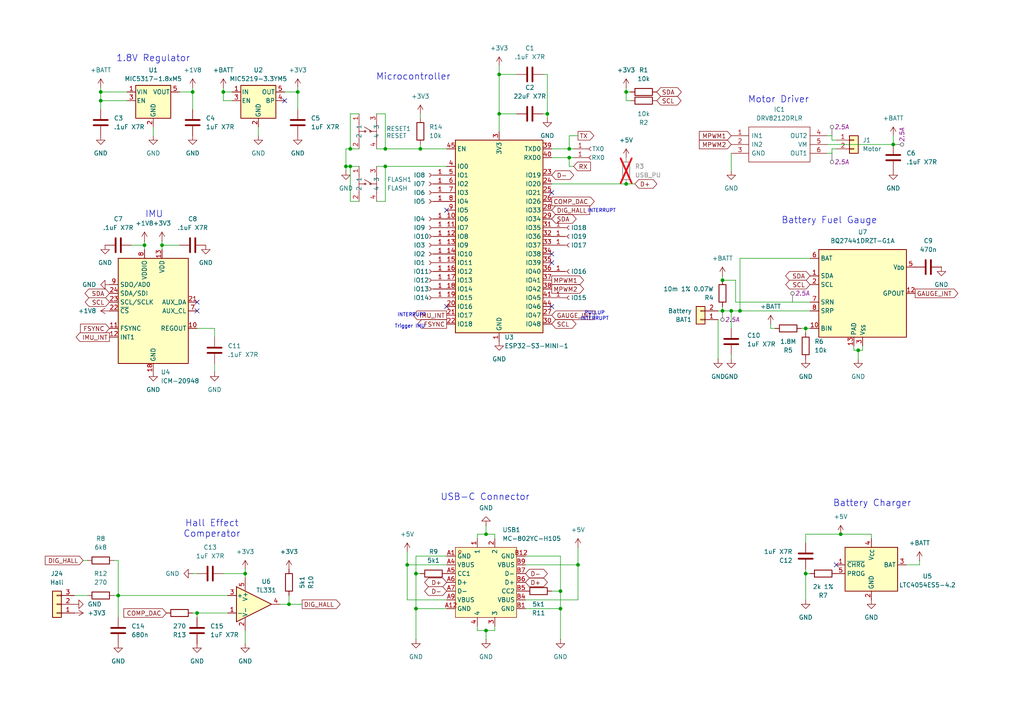
<source format=kicad_sch>
(kicad_sch (version 20231120) (generator "eeschema") (generator_version "8.0")
  (paper "A4")
  (title_block (rev "2"))
  (junction (at 118.11 163.83))
  (junction (at 165.1 43.18))
  (junction (at 101.6 48.26))
  (junction (at 144.78 33.02))
  (junction (at 120.65 176.53))
  (junction (at 233.68 95.25))
  (junction (at 214.63 90.17))
  (junction (at 243.84 154.94))
  (junction (at 158.75 33.02))
  (junction (at 140.97 182.88))
  (junction (at 71.12 166.37))
  (junction (at 144.78 21.59))
  (junction (at 259.08 41.91))
  (junction (at 140.97 154.94))
  (junction (at 181.61 53.34))
  (junction (at 57.15 177.8))
  (junction (at 233.68 166.37))
  (junction (at 46.99 71.12))
  (junction (at 120.65 166.37))
  (junction (at 86.36 26.67))
  (junction (at 121.92 43.18))
  (junction (at 41.91 71.12))
  (junction (at 209.55 81.28))
  (junction (at 167.64 163.83))
  (junction (at 55.88 26.67))
  (junction (at 248.92 101.6))
  (junction (at 162.56 171.45))
  (junction (at 34.29 172.72))
  (junction (at 212.09 90.17))
  (junction (at 29.21 29.21))
  (junction (at 111.76 43.18))
  (junction (at 29.21 26.67))
  (junction (at 181.61 26.67))
  (junction (at 100.33 48.26))
  (junction (at 162.56 176.53))
  (junction (at 111.76 48.26))
  (junction (at 83.82 175.26))
  (junction (at 165.1 45.72))
  (junction (at 209.55 90.17))
  (junction (at 64.77 26.67))
  (junction (at 101.6 43.18))
  (no_connect (at 160.02 55.88))
  (no_connect (at 160.02 88.9))
  (no_connect (at 57.15 90.17))
  (no_connect (at 129.54 88.9))
  (no_connect (at 129.54 60.96))
  (no_connect (at 160.02 73.66))
  (no_connect (at 57.15 87.63))
  (no_connect (at 160.02 76.2))
  (no_connect (at 82.55 29.21))
  (no_connect (at 242.57 163.83))
  (wire (pts (xy 149.86 33.02) (xy 144.78 33.02)))
  (wire (pts (xy 209.55 88.9) (xy 209.55 90.17)))
  (wire (pts (xy 138.43 154.94) (xy 138.43 156.21)))
  (wire (pts (xy 140.97 154.94) (xy 138.43 154.94)))
  (wire (pts (xy 100.33 48.26) (xy 101.6 48.26)))
  (wire (pts (xy 104.14 58.42) (xy 101.6 58.42)))
  (wire (pts (xy 143.51 156.21) (xy 143.51 154.94)))
  (wire (pts (xy 101.6 48.26) (xy 104.14 48.26)))
  (wire (pts (xy 240.03 44.45) (xy 241.3 44.45)))
  (wire (pts (xy 104.14 33.02) (xy 101.6 33.02)))
  (wire (pts (xy 52.07 71.12) (xy 46.99 71.12)))
  (wire (pts (xy 162.56 176.53) (xy 152.4 176.53)))
  (wire (pts (xy 166.37 48.26) (xy 165.1 48.26)))
  (wire (pts (xy 121.92 43.18) (xy 129.54 43.18)))
  (wire (pts (xy 181.61 26.67) (xy 182.88 26.67)))
  (wire (pts (xy 34.29 162.56) (xy 34.29 172.72)))
  (wire (pts (xy 100.33 49.53) (xy 100.33 48.26)))
  (wire (pts (xy 109.22 58.42) (xy 111.76 58.42)))
  (wire (pts (xy 55.88 166.37) (xy 57.15 166.37)))
  (wire (pts (xy 233.68 166.37) (xy 233.68 165.1)))
  (wire (pts (xy 29.21 29.21) (xy 29.21 26.67)))
  (wire (pts (xy 248.92 101.6) (xy 250.19 101.6)))
  (wire (pts (xy 209.55 80.01) (xy 209.55 81.28)))
  (wire (pts (xy 158.75 34.29) (xy 158.75 33.02)))
  (wire (pts (xy 232.41 95.25) (xy 233.68 95.25)))
  (wire (pts (xy 158.75 33.02) (xy 157.48 33.02)))
  (wire (pts (xy 149.86 21.59) (xy 144.78 21.59)))
  (wire (pts (xy 109.22 43.18) (xy 111.76 43.18)))
  (wire (pts (xy 140.97 182.88) (xy 143.51 182.88)))
  (wire (pts (xy 41.91 69.85) (xy 41.91 71.12)))
  (wire (pts (xy 100.33 43.18) (xy 100.33 48.26)))
  (wire (pts (xy 83.82 175.26) (xy 87.63 175.26)))
  (wire (pts (xy 162.56 161.29) (xy 162.56 171.45)))
  (wire (pts (xy 160.02 43.18) (xy 165.1 43.18)))
  (wire (pts (xy 143.51 182.88) (xy 143.51 181.61)))
  (wire (pts (xy 212.09 104.14) (xy 212.09 102.87)))
  (wire (pts (xy 214.63 90.17) (xy 234.95 90.17)))
  (wire (pts (xy 140.97 185.42) (xy 140.97 182.88)))
  (wire (pts (xy 165.1 45.72) (xy 166.37 45.72)))
  (wire (pts (xy 242.57 40.64) (xy 241.3 40.64)))
  (wire (pts (xy 83.82 172.72) (xy 83.82 175.26)))
  (wire (pts (xy 71.12 186.69) (xy 71.12 182.88)))
  (wire (pts (xy 111.76 48.26) (xy 111.76 58.42)))
  (wire (pts (xy 167.64 163.83) (xy 152.4 163.83)))
  (wire (pts (xy 120.65 176.53) (xy 120.65 185.42)))
  (wire (pts (xy 118.11 163.83) (xy 118.11 173.99)))
  (wire (pts (xy 64.77 29.21) (xy 64.77 26.67)))
  (wire (pts (xy 34.29 162.56) (xy 33.02 162.56)))
  (wire (pts (xy 208.28 90.17) (xy 209.55 90.17)))
  (wire (pts (xy 233.68 154.94) (xy 243.84 154.94)))
  (wire (pts (xy 223.52 95.25) (xy 224.79 95.25)))
  (wire (pts (xy 86.36 25.4) (xy 86.36 26.67)))
  (wire (pts (xy 62.23 107.95) (xy 62.23 105.41)))
  (wire (pts (xy 81.28 175.26) (xy 83.82 175.26)))
  (wire (pts (xy 167.64 39.37) (xy 165.1 39.37)))
  (wire (pts (xy 46.99 71.12) (xy 46.99 72.39)))
  (wire (pts (xy 240.03 39.37) (xy 241.3 39.37)))
  (wire (pts (xy 138.43 181.61) (xy 138.43 182.88)))
  (wire (pts (xy 64.77 166.37) (xy 71.12 166.37)))
  (wire (pts (xy 143.51 154.94) (xy 140.97 154.94)))
  (wire (pts (xy 241.3 43.18) (xy 241.3 44.45)))
  (wire (pts (xy 259.08 39.37) (xy 259.08 41.91)))
  (wire (pts (xy 233.68 166.37) (xy 234.95 166.37)))
  (wire (pts (xy 252.73 154.94) (xy 252.73 156.21)))
  (wire (pts (xy 165.1 48.26) (xy 165.1 45.72)))
  (wire (pts (xy 248.92 101.6) (xy 248.92 104.14)))
  (wire (pts (xy 86.36 31.75) (xy 86.36 26.67)))
  (wire (pts (xy 165.1 39.37) (xy 165.1 43.18)))
  (wire (pts (xy 181.61 26.67) (xy 181.61 29.21)))
  (wire (pts (xy 144.78 21.59) (xy 144.78 33.02)))
  (wire (pts (xy 167.64 163.83) (xy 167.64 173.99)))
  (wire (pts (xy 57.15 179.07) (xy 57.15 177.8)))
  (wire (pts (xy 62.23 97.79) (xy 62.23 95.25)))
  (wire (pts (xy 29.21 29.21) (xy 36.83 29.21)))
  (wire (pts (xy 121.92 166.37) (xy 120.65 166.37)))
  (wire (pts (xy 233.68 95.25) (xy 234.95 95.25)))
  (wire (pts (xy 158.75 21.59) (xy 157.48 21.59)))
  (wire (pts (xy 266.7 162.56) (xy 266.7 163.83)))
  (wire (pts (xy 266.7 163.83) (xy 262.89 163.83)))
  (wire (pts (xy 182.88 29.21) (xy 181.61 29.21)))
  (wire (pts (xy 165.1 43.18) (xy 166.37 43.18)))
  (wire (pts (xy 144.78 33.02) (xy 144.78 38.1)))
  (wire (pts (xy 158.75 21.59) (xy 158.75 33.02)))
  (wire (pts (xy 34.29 172.72) (xy 66.04 172.72)))
  (wire (pts (xy 223.52 93.98) (xy 223.52 95.25)))
  (wire (pts (xy 241.3 40.64) (xy 241.3 39.37)))
  (wire (pts (xy 152.4 173.99) (xy 167.64 173.99)))
  (wire (pts (xy 233.68 173.99) (xy 233.68 166.37)))
  (wire (pts (xy 121.92 33.02) (xy 121.92 34.29)))
  (wire (pts (xy 165.1 45.72) (xy 160.02 45.72)))
  (wire (pts (xy 140.97 152.4) (xy 140.97 154.94)))
  (wire (pts (xy 247.65 101.6) (xy 247.65 100.33)))
  (wire (pts (xy 162.56 185.42) (xy 162.56 176.53)))
  (wire (pts (xy 101.6 33.02) (xy 101.6 43.18)))
  (wire (pts (xy 120.65 161.29) (xy 120.65 166.37)))
  (wire (pts (xy 250.19 101.6) (xy 250.19 100.33)))
  (wire (pts (xy 29.21 26.67) (xy 36.83 26.67)))
  (wire (pts (xy 33.02 172.72) (xy 34.29 172.72)))
  (wire (pts (xy 57.15 177.8) (xy 55.88 177.8)))
  (wire (pts (xy 118.11 163.83) (xy 129.54 163.83)))
  (wire (pts (xy 121.92 41.91) (xy 121.92 43.18)))
  (wire (pts (xy 233.68 96.52) (xy 233.68 95.25)))
  (wire (pts (xy 240.03 41.91) (xy 259.08 41.91)))
  (wire (pts (xy 138.43 182.88) (xy 140.97 182.88)))
  (wire (pts (xy 129.54 173.99) (xy 118.11 173.99)))
  (wire (pts (xy 57.15 177.8) (xy 66.04 177.8)))
  (wire (pts (xy 234.95 74.93) (xy 214.63 74.93)))
  (wire (pts (xy 144.78 19.05) (xy 144.78 21.59)))
  (wire (pts (xy 152.4 161.29) (xy 162.56 161.29)))
  (wire (pts (xy 212.09 49.53) (xy 212.09 44.45)))
  (wire (pts (xy 101.6 43.18) (xy 104.14 43.18)))
  (wire (pts (xy 118.11 160.02) (xy 118.11 163.83)))
  (wire (pts (xy 21.59 172.72) (xy 25.4 172.72)))
  (wire (pts (xy 129.54 161.29) (xy 120.65 161.29)))
  (wire (pts (xy 29.21 31.75) (xy 29.21 29.21)))
  (wire (pts (xy 247.65 101.6) (xy 248.92 101.6)))
  (wire (pts (xy 234.95 87.63) (xy 213.36 87.63)))
  (wire (pts (xy 212.09 90.17) (xy 214.63 90.17)))
  (wire (pts (xy 120.65 176.53) (xy 129.54 176.53)))
  (wire (pts (xy 111.76 48.26) (xy 129.54 48.26)))
  (wire (pts (xy 111.76 33.02) (xy 111.76 43.18)))
  (wire (pts (xy 184.15 53.34) (xy 181.61 53.34)))
  (wire (pts (xy 208.28 104.14) (xy 208.28 92.71)))
  (wire (pts (xy 46.99 69.85) (xy 46.99 71.12)))
  (wire (pts (xy 62.23 95.25) (xy 57.15 95.25)))
  (wire (pts (xy 162.56 171.45) (xy 162.56 176.53)))
  (wire (pts (xy 111.76 43.18) (xy 121.92 43.18)))
  (wire (pts (xy 34.29 179.07) (xy 34.29 172.72)))
  (wire (pts (xy 213.36 87.63) (xy 213.36 81.28)))
  (wire (pts (xy 109.22 48.26) (xy 111.76 48.26)))
  (wire (pts (xy 71.12 165.1) (xy 71.12 166.37)))
  (wire (pts (xy 212.09 95.25) (xy 212.09 90.17)))
  (wire (pts (xy 214.63 74.93) (xy 214.63 90.17)))
  (wire (pts (xy 120.65 166.37) (xy 120.65 176.53)))
  (wire (pts (xy 100.33 43.18) (xy 101.6 43.18)))
  (wire (pts (xy 55.88 31.75) (xy 55.88 26.67)))
  (wire (pts (xy 55.88 25.4) (xy 55.88 26.67)))
  (wire (pts (xy 41.91 71.12) (xy 41.91 72.39)))
  (wire (pts (xy 243.84 154.94) (xy 252.73 154.94)))
  (wire (pts (xy 209.55 90.17) (xy 212.09 90.17)))
  (wire (pts (xy 101.6 58.42) (xy 101.6 48.26)))
  (wire (pts (xy 52.07 26.67) (xy 55.88 26.67)))
  (wire (pts (xy 24.13 162.56) (xy 25.4 162.56)))
  (wire (pts (xy 160.02 171.45) (xy 162.56 171.45)))
  (wire (pts (xy 64.77 26.67) (xy 67.31 26.67)))
  (wire (pts (xy 213.36 81.28) (xy 209.55 81.28)))
  (wire (pts (xy 67.31 29.21) (xy 64.77 29.21)))
  (wire (pts (xy 74.93 39.37) (xy 74.93 36.83)))
  (wire (pts (xy 181.61 25.4) (xy 181.61 26.67)))
  (wire (pts (xy 44.45 39.37) (xy 44.45 36.83)))
  (wire (pts (xy 233.68 154.94) (xy 233.68 157.48)))
  (wire (pts (xy 109.22 33.02) (xy 111.76 33.02)))
  (wire (pts (xy 160.02 53.34) (xy 181.61 53.34)))
  (wire (pts (xy 242.57 43.18) (xy 241.3 43.18)))
  (wire (pts (xy 167.64 158.75) (xy 167.64 163.83)))
  (wire (pts (xy 71.12 166.37) (xy 71.12 167.64)))
  (wire (pts (xy 82.55 26.67) (xy 86.36 26.67)))
  (wire (pts (xy 64.77 25.4) (xy 64.77 26.67)))
  (wire (pts (xy 29.21 25.4) (xy 29.21 26.67)))
  (wire (pts (xy 38.1 71.12) (xy 41.91 71.12)))
  (text "INTERRUPT" (at 174.498 61.214 0) (effects (font (size 1.016 1.016))))
  (text "Microcontroller" (at 119.888 22.352 0) (effects (font (size 1.905 1.905))))
  (text "IMU" (at 44.704 62.23 0) (effects (font (size 1.905 1.905))))
  (text "Trigger IMU" (at 118.872 94.742 0) (effects (font (size 1.016 1.016))))
  (text "Battery Charger" (at 252.984 146.05 0) (effects (font (size 1.905 1.905))))
  (text "Hall Effect\nComperator" (at 61.468 153.416 0) (effects (font (size 1.905 1.905))))
  (text "Motor Driver" (at 225.806 28.956 0) (effects (font (size 1.905 1.905))))
  (text "INTERRUPT" (at 119.38 91.44 0) (effects (font (size 1.016 1.016))))
  (text "USB-C Connector" (at 140.716 144.272 0) (effects (font (size 1.905 1.905))))
  (text "1.8V Regulator" (at 44.45 17.018 0) (effects (font (size 1.905 1.905))))
  (text "Battery Fuel Gauge" (at 240.538 64.008 0) (effects (font (size 1.905 1.905))))
  (text "PULLUP\nINTERRUPT" (at 172.466 91.694 0) (effects (font (size 1.016 1.016))))
  (global_label "DIG_HALL" (shape input) (at 24.13 162.56 180) (property "Intersheetrefs" "${INTERSHEET_REFS}" (effects (hide yes))))
  (global_label "MPWM1" (shape input) (at 212.09 39.37 180) (property "Intersheetrefs" "${INTERSHEET_REFS}" (effects (hide yes))))
  (global_label "GAUGE_INT" (shape output) (at 265.43 85.09 0) (property "Intersheetrefs" "${INTERSHEET_REFS}" (effects (hide yes))))
  (global_label "SCL" (shape bidirectional) (at 160.02 93.98 0) (property "Intersheetrefs" "${INTERSHEET_REFS}" (effects (hide yes))))
  (global_label "FSYNC" (shape output) (at 129.54 93.98 180) (property "Intersheetrefs" "${INTERSHEET_REFS}" (effects (hide yes))))
  (global_label "D+" (shape bidirectional) (at 152.4 168.91 0) (property "Intersheetrefs" "${INTERSHEET_REFS}" (effects (hide yes))))
  (global_label "SDA" (shape bidirectional) (at 190.5 26.67 0) (property "Intersheetrefs" "${INTERSHEET_REFS}" (effects (hide yes))))
  (global_label "DIG_HALL" (shape input) (at 160.02 60.96 0) (property "Intersheetrefs" "${INTERSHEET_REFS}" (effects (hide yes))))
  (global_label "TX" (shape output) (at 167.64 39.37 0) (property "Intersheetrefs" "${INTERSHEET_REFS}" (effects (hide yes))))
  (global_label "DIG_HALL" (shape output) (at 87.63 175.26 0) (property "Intersheetrefs" "${INTERSHEET_REFS}" (effects (hide yes))))
  (global_label "MPWM1" (shape output) (at 160.02 81.28 0) (property "Intersheetrefs" "${INTERSHEET_REFS}" (effects (hide yes))))
  (global_label "SDA" (shape bidirectional) (at 160.02 63.5 0) (property "Intersheetrefs" "${INTERSHEET_REFS}" (effects (hide yes))))
  (global_label "D+" (shape bidirectional) (at 184.15 53.34 0) (property "Intersheetrefs" "${INTERSHEET_REFS}" (effects (hide yes))))
  (global_label "D-" (shape bidirectional) (at 160.02 50.8 0) (property "Intersheetrefs" "${INTERSHEET_REFS}" (effects (hide yes))))
  (global_label "COMP_DAC" (shape output) (at 160.02 58.42 0) (property "Intersheetrefs" "${INTERSHEET_REFS}" (effects (hide yes))))
  (global_label "SCL" (shape bidirectional) (at 31.75 87.63 180) (property "Intersheetrefs" "${INTERSHEET_REFS}" (effects (hide yes))))
  (global_label "D-" (shape bidirectional) (at 129.54 171.45 180) (property "Intersheetrefs" "${INTERSHEET_REFS}" (effects (hide yes))))
  (global_label "SCL" (shape bidirectional) (at 234.95 82.55 180) (property "Intersheetrefs" "${INTERSHEET_REFS}" (effects (hide yes))))
  (global_label "MPWM2" (shape output) (at 160.02 83.82 0) (property "Intersheetrefs" "${INTERSHEET_REFS}" (effects (hide yes))))
  (global_label "GAUGE_INT" (shape input) (at 160.02 91.44 0) (property "Intersheetrefs" "${INTERSHEET_REFS}" (effects (hide yes))))
  (global_label "RX" (shape input) (at 166.37 48.26 0) (property "Intersheetrefs" "${INTERSHEET_REFS}" (effects (hide yes))))
  (global_label "COMP_DAC" (shape input) (at 48.26 177.8 180) (property "Intersheetrefs" "${INTERSHEET_REFS}" (effects (hide yes))))
  (global_label "IMU_INT" (shape output) (at 129.54 91.44 180) (property "Intersheetrefs" "${INTERSHEET_REFS}" (effects (hide yes))))
  (global_label "FSYNC" (shape input) (at 31.75 95.25 180) (property "Intersheetrefs" "${INTERSHEET_REFS}" (effects (hide yes))))
  (global_label "IMU_INT" (shape output) (at 31.75 97.79 180) (property "Intersheetrefs" "${INTERSHEET_REFS}" (effects (hide yes))))
  (global_label "SDA" (shape bidirectional) (at 234.95 80.01 180) (property "Intersheetrefs" "${INTERSHEET_REFS}" (effects (hide yes))))
  (global_label "D-" (shape bidirectional) (at 152.4 166.37 0) (property "Intersheetrefs" "${INTERSHEET_REFS}" (effects (hide yes))))
  (global_label "MPWM2" (shape input) (at 212.09 41.91 180) (property "Intersheetrefs" "${INTERSHEET_REFS}" (effects (hide yes))))
  (global_label "SDA" (shape bidirectional) (at 31.75 85.09 180) (property "Intersheetrefs" "${INTERSHEET_REFS}" (effects (hide yes))))
  (global_label "SCL" (shape bidirectional) (at 190.5 29.21 0) (property "Intersheetrefs" "${INTERSHEET_REFS}" (effects (hide yes))))
  (global_label "D+" (shape bidirectional) (at 129.54 168.91 180) (property "Intersheetrefs" "${INTERSHEET_REFS}" (effects (hide yes))))
  (netclass_flag "" (length 2.54) (shape round) (at 229.87 87.63 0) (property "Netclass" "2.5A" (at 230.5685 85.09 0) (effects (font (italic yes)) (justify left))))
  (netclass_flag "" (length 2.54) (shape round) (at 241.3 44.45 180) (property "Netclass" "2.5A" (at 241.9985 46.99 0) (effects (font (italic yes)) (justify left))))
  (netclass_flag "" (length 2.54) (shape round) (at 209.55 90.17 180) (property "Netclass" "2.5A" (at 210.2485 92.71 0) (effects (font (italic yes)) (justify left))))
  (netclass_flag "" (length 2.54) (shape round) (at 259.08 41.91 270) (property "Netclass" "2.5A" (at 261.62 41.2115 90) (effects (font (italic yes)) (justify left))))
  (netclass_flag "" (length 2.54) (shape round) (at 241.3 39.37 0) (property "Netclass" "2.5A" (at 241.9985 36.83 0) (effects (font (italic yes)) (justify left))))
  (symbol (lib_id "Comparator:TL331") (at 73.66 175.26 0) (unit 1)
    (property "Reference" "U6" (at 77.216 168.656 0))
    (property "Value" "TL331" (at 77.216 171.196 0))
    (property "Footprint" "Package_TO_SOT_SMD:SOT-23-5" (effects (hide yes)))
    (property "Datasheet" "http://www.ti.com/lit/ds/symlink/tl331.pdf" (effects (hide yes)))
    (property "Description" "Single Differential Comparator with Open-Collector Output, SOT-23-5" (effects (hide yes)))
  )
  (symbol (lib_id "power:+1V8") (at 41.91 69.85 0) (unit 1)
    (property "Reference" "#PWR018" (effects (hide yes)))
    (property "Value" "+1V8" (at 41.91 64.77 0))
    (property "Description" "Power symbol creates a global label with name \"+1V8\"" (effects (hide yes)))
  )
  (symbol (lib_id "Device:R") (at 125.73 166.37 270) (unit 1)
    (property "Reference" "R9" (at 125.73 160.02 90))
    (property "Value" "5k1" (at 125.73 162.56 90))
    (property "Footprint" "Resistor_SMD:R_0402_1005Metric" (effects (hide yes)))
    (property "Description" "Resistor" (effects (hide yes)))
  )
  (symbol (lib_id "power:+1V8") (at 31.75 90.17 90) (unit 1)
    (property "Reference" "#PWR025" (effects (hide yes)))
    (property "Value" "+1V8" (at 27.94 90.1699 90) (effects (justify left)))
    (property "Description" "Power symbol creates a global label with name \"+1V8\"" (effects (hide yes)))
  )
  (symbol (lib_id "power:+3V3") (at 21.59 177.8 270) (unit 1)
    (property "Reference" "#PWR043" (effects (hide yes)))
    (property "Value" "+3V3" (at 25.4 177.7999 90) (effects (justify left)))
    (property "Description" "Power symbol creates a global label with name \"+3V3\"" (effects (hide yes)))
  )
  (symbol (lib_id "Connector:Conn_01x01_Socket") (at 171.45 45.72 0) (unit 1)
    (property "Reference" "RX0" (at 173.482 45.72 0))
    (property "Value" "Conn_01x01_Socket" (effects (hide yes)))
    (property "Footprint" "padLib:SolderPad_1mm_1Pin" (effects (hide yes)))
    (property "Description" "Generic connector, single row, 01x01, script generated" (effects (hide yes)))
  )
  (symbol (lib_id "Sensor_Motion:ICM-20948") (at 44.45 90.17 0) (unit 1)
    (property "Reference" "U4" (at 46.6441 107.95 0) (effects (justify left)))
    (property "Value" "ICM-20948" (at 46.6441 110.49 0) (effects (justify left)))
    (property "Footprint" "Sensor_Motion:InvenSense_QFN-24_3x3mm_P0.4mm" (effects (hide yes)))
    (property "Datasheet" "http://www.invensense.com/wp-content/uploads/2016/06/DS-000189-ICM-20948-v1.3.pdf" (effects (hide yes)))
    (property "Description" "InvenSense 9-Axis Motion Sensor, Accelerometer, Gyroscope, Compass, I2C/SPI, QFN-24" (effects (hide yes)))
    (property "I2CFreq" "400k" (effects (hide yes)))
    (property "I2CRes" "10k" (effects (hide yes)))
  )
  (symbol (lib_id "Connector:Conn_01x01_Socket") (at 124.46 81.28 180) (unit 1) (in_bom no)
    (property "Reference" "IO12" (at 122.174 81.28 0))
    (property "Value" "Conn_01x01_Socket" (effects (hide yes)))
    (property "Footprint" "padLib:SolderPad_1mm_1Pin" (effects (hide yes)))
    (property "Description" "Generic connector, single row, 01x01, script generated" (effects (hide yes)))
  )
  (symbol (lib_id "power:+3V3") (at 144.78 19.05 0) (unit 1)
    (property "Reference" "#PWR01" (effects (hide yes)))
    (property "Value" "+3V3" (at 144.78 13.97 0))
    (property "Description" "Power symbol creates a global label with name \"+3V3\"" (effects (hide yes)))
  )
  (symbol (lib_id "Connector:Conn_01x01_Socket") (at 124.46 76.2 180) (unit 1) (in_bom no)
    (property "Reference" "IO1" (at 121.666 76.2 0))
    (property "Value" "1" (effects (hide yes)))
    (property "Footprint" "padLib:SolderPad_1mm_1Pin" (effects (hide yes)))
    (property "Description" "Generic connector, single row, 01x01, script generated" (effects (hide yes)))
  )
  (symbol (lib_id "Connector:Conn_01x01_Socket") (at 124.46 63.5 180) (unit 1) (in_bom no)
    (property "Reference" "IO4" (at 121.666 63.5 0))
    (property "Value" "Conn_01x01_Socket" (effects (hide yes)))
    (property "Footprint" "padLib:SolderPad_1mm_1Pin" (effects (hide yes)))
    (property "Description" "Generic connector, single row, 01x01, script generated" (effects (hide yes)))
  )
  (symbol (lib_id "power:+5V") (at 243.84 154.94 0) (unit 1)
    (property "Reference" "#PWR032" (effects (hide yes)))
    (property "Value" "+5V" (at 243.84 149.86 0))
    (property "Description" "Power symbol creates a global label with name \"+5V\"" (effects (hide yes)))
  )
  (symbol (lib_id "Connector:Conn_01x01_Socket") (at 124.46 50.8 180) (unit 1) (in_bom no)
    (property "Reference" "IO8" (at 121.666 50.8 0))
    (property "Value" "1" (effects (hide yes)))
    (property "Footprint" "padLib:SolderPad_1mm_1Pin" (effects (hide yes)))
    (property "Description" "Generic connector, single row, 01x01, script generated" (effects (hide yes)))
  )
  (symbol (lib_id "Connector:Conn_01x01_Socket") (at 124.46 68.58 180) (unit 1) (in_bom no)
    (property "Reference" "IO10" (at 122.174 68.58 0))
    (property "Value" "Conn_01x01_Socket" (effects (hide yes)))
    (property "Footprint" "padLib:SolderPad_1mm_1Pin" (effects (hide yes)))
    (property "Description" "Generic connector, single row, 01x01, script generated" (effects (hide yes)))
  )
  (symbol (lib_id "Connector:Conn_01x01_Socket") (at 124.46 86.36 180) (unit 1) (in_bom no)
    (property "Reference" "IO14" (at 122.174 86.36 0))
    (property "Value" "Conn_01x01_Socket" (effects (hide yes)))
    (property "Footprint" "padLib:SolderPad_1mm_1Pin" (effects (hide yes)))
    (property "Description" "Generic connector, single row, 01x01, script generated" (effects (hide yes)))
  )
  (symbol (lib_id "power:GND") (at 44.45 107.95 0) (unit 1)
    (property "Reference" "#PWR030" (effects (hide yes)))
    (property "Value" "GND" (at 44.45 113.03 0))
    (property "Description" "Power symbol creates a global label with name \"GND\" , ground" (effects (hide yes)))
  )
  (symbol (lib_id "easyeda2kicad:1TS026A-1600-0553-CT") (at 106.68 53.34 90) (unit 1)
    (property "Reference" "FLASH1" (at 112.268 52.07 90) (effects (justify right)))
    (property "Value" "FLASH" (at 112.268 54.61 90) (effects (justify right)))
    (property "Footprint" "easyeda2kicad:SW-SMD_4P-L2.6-W1.6-P0.75-LS3.0" (effects (hide yes)))
    (property "LCSC Part" "C913784" (effects (hide yes)))
  )
  (symbol (lib_id "power:GND") (at 248.92 104.14 0) (unit 1)
    (property "Reference" "#PWR026" (effects (hide yes)))
    (property "Value" "GND" (at 248.92 109.22 0))
    (property "Description" "Power symbol creates a global label with name \"GND\" , ground" (effects (hide yes)))
  )
  (symbol (lib_id "Device:R") (at 83.82 168.91 180) (unit 1)
    (property "Reference" "R10" (at 90.17 168.91 90))
    (property "Value" "5k1" (at 87.63 168.91 90))
    (property "Footprint" "Resistor_SMD:R_0402_1005Metric" (effects (hide yes)))
    (property "Description" "Resistor" (effects (hide yes)))
  )
  (symbol (lib_id "Connector:Conn_01x01_Socket") (at 124.46 71.12 180) (unit 1) (in_bom no)
    (property "Reference" "IO3" (at 121.666 71.12 0))
    (property "Value" "3" (effects (hide yes)))
    (property "Footprint" "padLib:SolderPad_1mm_1Pin" (effects (hide yes)))
    (property "Description" "Generic connector, single row, 01x01, script generated" (effects (hide yes)))
  )
  (symbol (lib_id "power:GND") (at 71.12 186.69 0) (unit 1)
    (property "Reference" "#PWR049" (effects (hide yes)))
    (property "Value" "GND" (at 71.12 191.77 0))
    (property "Description" "Power symbol creates a global label with name \"GND\" , ground" (effects (hide yes)))
  )
  (symbol (lib_id "power:+3V3") (at 121.92 33.02 0) (unit 1)
    (property "Reference" "#PWR052" (effects (hide yes)))
    (property "Value" "+3V3" (at 121.92 27.94 0))
    (property "Description" "Power symbol creates a global label with name \"+3V3\"" (effects (hide yes)))
  )
  (symbol (lib_id "power:+3V3") (at 86.36 25.4 0) (unit 1)
    (property "Reference" "#PWR05" (effects (hide yes)))
    (property "Value" "+3V3" (at 86.36 20.32 0))
    (property "Description" "Power symbol creates a global label with name \"+3V3\"" (effects (hide yes)))
  )
  (symbol (lib_id "Device:C") (at 62.23 101.6 0) (unit 1)
    (property "Reference" "C11" (at 66.04 100.3299 0) (effects (justify left)))
    (property "Value" ".1uF X7R" (at 66.04 102.8699 0) (effects (justify left)))
    (property "Footprint" "Capacitor_SMD:C_0402_1005Metric" (effects (hide yes)))
    (property "Description" "Unpolarized capacitor" (effects (hide yes)))
  )
  (symbol (lib_id "Connector:Conn_01x01_Socket") (at 165.1 86.36 0) (unit 1) (in_bom no)
    (property "Reference" "IO15" (at 167.894 86.36 0))
    (property "Value" "Conn_01x01_Socket" (effects (hide yes)))
    (property "Footprint" "padLib:SolderPad_1mm_1Pin" (effects (hide yes)))
    (property "Description" "Generic connector, single row, 01x01, script generated" (effects (hide yes)))
  )
  (symbol (lib_id "easyeda2kicad:MC-802YC-H105") (at 140.97 168.91 0) (unit 1)
    (property "Reference" "USB1" (at 145.7041 153.67 0) (effects (justify left)))
    (property "Value" "MC-802YC-H105" (at 145.7041 156.21 0) (effects (justify left)))
    (property "Footprint" "easyeda2kicad:USB-TH_MC-802YC-H105" (effects (hide yes)))
    (property "LCSC Part" "C3039301" (effects (hide yes)))
  )
  (symbol (lib_id "Device:C") (at 55.88 35.56 0) (unit 1)
    (property "Reference" "C4" (at 59.69 34.2899 0) (effects (justify left)))
    (property "Value" "1uF X7R" (at 59.69 36.8299 0) (effects (justify left)))
    (property "Footprint" "Capacitor_SMD:C_0402_1005Metric" (effects (hide yes)))
    (property "Description" "Unpolarized capacitor" (effects (hide yes)))
  )
  (symbol (lib_id "Device:R") (at 29.21 172.72 270) (unit 1)
    (property "Reference" "R12" (at 29.21 166.37 90))
    (property "Value" "270" (at 29.21 168.91 90))
    (property "Footprint" "Resistor_SMD:R_0402_1005Metric" (effects (hide yes)))
    (property "Description" "Resistor" (effects (hide yes)))
  )
  (symbol (lib_id "power:GND") (at 21.59 175.26 90) (unit 1)
    (property "Reference" "#PWR042" (effects (hide yes)))
    (property "Value" "GND" (at 25.4 175.2599 90) (effects (justify right)))
    (property "Description" "Power symbol creates a global label with name \"GND\" , ground" (effects (hide yes)))
  )
  (symbol (lib_id "Device:R") (at 121.92 38.1 180) (unit 1)
    (property "Reference" "R14" (at 124.46 36.8299 0) (effects (justify right)))
    (property "Value" "10k" (at 124.46 39.3699 0) (effects (justify right)))
    (property "Footprint" "Resistor_SMD:R_0402_1005Metric" (effects (hide yes)))
    (property "Description" "Resistor" (effects (hide yes)))
  )
  (symbol (lib_id "power:+BATT") (at 209.55 80.01 0) (unit 1)
    (property "Reference" "#PWR023" (effects (hide yes)))
    (property "Value" "+BATT" (at 209.55 74.93 0))
    (property "Description" "Power symbol creates a global label with name \"+BATT\"" (effects (hide yes)))
  )
  (symbol (lib_id "Device:R") (at 238.76 166.37 90) (unit 1)
    (property "Reference" "R7" (at 238.76 172.72 90))
    (property "Value" "2k 1%" (at 238.76 170.18 90))
    (property "Footprint" "Resistor_SMD:R_0402_1005Metric" (effects (hide yes)))
    (property "Description" "Resistor" (effects (hide yes)))
  )
  (symbol (lib_id "power:GND") (at 31.75 82.55 270) (unit 1)
    (property "Reference" "#PWR024" (effects (hide yes)))
    (property "Value" "GND" (at 27.94 82.5499 90) (effects (justify right)))
    (property "Description" "Power symbol creates a global label with name \"GND\" , ground" (effects (hide yes)))
  )
  (symbol (lib_id "power:+BATT") (at 259.08 39.37 0) (unit 1)
    (property "Reference" "#PWR013" (effects (hide yes)))
    (property "Value" "+BATT" (at 259.08 34.29 0))
    (property "Description" "Power symbol creates a global label with name \"+BATT\"" (effects (hide yes)))
  )
  (symbol (lib_id "power:GND") (at 120.65 185.42 0) (unit 1)
    (property "Reference" "#PWR044" (effects (hide yes)))
    (property "Value" "GND" (at 120.65 190.5 0))
    (property "Description" "Power symbol creates a global label with name \"GND\" , ground" (effects (hide yes)))
  )
  (symbol (lib_id "Connector:Conn_01x01_Socket") (at 165.1 71.12 0) (unit 1) (in_bom no)
    (property "Reference" "IO17" (at 167.894 71.12 0))
    (property "Value" "Conn_01x01_Socket" (effects (hide yes)))
    (property "Footprint" "padLib:SolderPad_1mm_1Pin" (effects (hide yes)))
    (property "Description" "Generic connector, single row, 01x01, script generated" (effects (hide yes)))
  )
  (symbol (lib_id "power:+3V3") (at 71.12 165.1 0) (unit 1)
    (property "Reference" "#PWR039" (effects (hide yes)))
    (property "Value" "+3V3" (at 71.12 160.02 0))
    (property "Description" "Power symbol creates a global label with name \"+3V3\"" (effects (hide yes)))
  )
  (symbol (lib_id "Device:C") (at 34.29 182.88 180) (unit 1)
    (property "Reference" "C14" (at 38.1 181.6099 0) (effects (justify right)))
    (property "Value" "680n" (at 38.1 184.1499 0) (effects (justify right)))
    (property "Footprint" "Capacitor_SMD:C_0402_1005Metric" (effects (hide yes)))
    (property "Description" "Unpolarized capacitor" (effects (hide yes)))
  )
  (symbol (lib_id "power:GND") (at 55.88 39.37 0) (unit 1)
    (property "Reference" "#PWR010" (effects (hide yes)))
    (property "Value" "GND" (at 55.88 44.45 0))
    (property "Description" "Power symbol creates a global label with name \"GND\" , ground" (effects (hide yes)))
  )
  (symbol (lib_id "power:GND") (at 144.78 99.06 0) (unit 1)
    (property "Reference" "#PWR029" (effects (hide yes)))
    (property "Value" "GND" (at 144.78 104.14 0))
    (property "Description" "Power symbol creates a global label with name \"GND\" , ground" (effects (hide yes)))
  )
  (symbol (lib_id "Regulator_Linear:MIC5317-1.8xM5") (at 44.45 29.21 0) (unit 1)
    (property "Reference" "U1" (at 44.45 20.32 0))
    (property "Value" "MIC5317-1.8xM5" (at 44.45 22.86 0))
    (property "Footprint" "Package_TO_SOT_SMD:SOT-23-5" (effects (hide yes)))
    (property "Datasheet" "https://ww1.microchip.com/downloads/aemDocuments/documents/OTH/ProductDocuments/DataSheets/MIC5317-High-Performance-Single-150mA-LDO-DS20006195B.pdf" (effects (hide yes)))
    (property "Description" "150mA Low-dropout Voltage Regulator, Vout 1.8V, Vin up to 6V, SOT23-5" (effects (hide yes)))
  )
  (symbol (lib_id "power:GND") (at 30.48 71.12 0) (unit 1)
    (property "Reference" "#PWR020" (effects (hide yes)))
    (property "Value" "GND" (at 30.48 76.2 0))
    (property "Description" "Power symbol creates a global label with name \"GND\" , ground" (effects (hide yes)))
  )
  (symbol (lib_id "power:GND") (at 233.68 104.14 0) (unit 1)
    (property "Reference" "#PWR027" (effects (hide yes)))
    (property "Value" "GND" (at 233.68 109.22 0))
    (property "Description" "Power symbol creates a global label with name \"GND\" , ground" (effects (hide yes)))
  )
  (symbol (lib_id "power:GND") (at 158.75 34.29 0) (unit 1)
    (property "Reference" "#PWR07" (effects (hide yes)))
    (property "Value" "GND" (at 158.75 39.37 0))
    (property "Description" "Power symbol creates a global label with name \"GND\" , ground" (effects (hide yes)))
  )
  (symbol (lib_id "Connector:Conn_01x01_Socket") (at 124.46 66.04 180) (unit 1) (in_bom no)
    (property "Reference" "IO9" (at 121.666 66.04 0))
    (property "Value" "Conn_01x01_Socket" (effects (hide yes)))
    (property "Footprint" "padLib:SolderPad_1mm_1Pin" (effects (hide yes)))
    (property "Description" "Generic connector, single row, 01x01, script generated" (effects (hide yes)))
  )
  (symbol (lib_id "Device:R") (at 209.55 85.09 180) (unit 1)
    (property "Reference" "R4" (at 207.01 86.3601 0) (effects (justify left)))
    (property "Value" "10m 1% 0.07W" (at 207.01 83.8201 0) (effects (justify left)))
    (property "Footprint" "Resistor_SMD:R_0402_1005Metric" (effects (hide yes)))
    (property "Description" "Resistor" (effects (hide yes)))
  )
  (symbol (lib_id "Device:R") (at 52.07 177.8 90) (unit 1)
    (property "Reference" "R13" (at 52.07 184.15 90))
    (property "Value" "270" (at 52.07 181.61 90))
    (property "Footprint" "Resistor_SMD:R_0402_1005Metric" (effects (hide yes)))
    (property "Description" "Resistor" (effects (hide yes)))
  )
  (symbol (lib_id "power:GND") (at 273.05 77.47 0) (unit 1)
    (property "Reference" "#PWR028" (effects (hide yes)))
    (property "Value" "GND" (at 273.05 82.55 0))
    (property "Description" "Power symbol creates a global label with name \"GND\" , ground" (effects (hide yes)))
  )
  (symbol (lib_id "Connector_Generic:Conn_01x02") (at 247.65 40.64 0) (unit 1) (in_bom no)
    (property "Reference" "J1" (at 250.19 40.6399 0) (effects (justify left)))
    (property "Value" "Motor" (at 250.19 43.1799 0) (effects (justify left)))
    (property "Footprint" "padLib:SolderPad_1mm_2Pin" (effects (hide yes)))
    (property "Description" "Generic connector, single row, 01x02, script generated (kicad-library-utils/schlib/autogen/connector/)" (effects (hide yes)))
  )
  (symbol (lib_id "power:+5V") (at 167.64 158.75 0) (unit 1)
    (property "Reference" "#PWR037" (effects (hide yes)))
    (property "Value" "+5V" (at 167.64 153.67 0))
    (property "Description" "Power symbol creates a global label with name \"+5V\"" (effects (hide yes)))
  )
  (symbol (lib_id "Connector:Conn_01x01_Socket") (at 124.46 58.42 180) (unit 1) (in_bom no)
    (property "Reference" "IO5" (at 121.666 58.42 0))
    (property "Value" "Conn_01x01_Socket" (effects (hide yes)))
    (property "Footprint" "padLib:SolderPad_1mm_1Pin" (effects (hide yes)))
    (property "Description" "Generic connector, single row, 01x01, script generated" (effects (hide yes)))
  )
  (symbol (lib_id "Device:C") (at 259.08 45.72 180) (unit 1)
    (property "Reference" "C6" (at 262.89 44.4499 0) (effects (justify right)))
    (property "Value" ".1uF X7R" (at 262.89 46.9899 0) (effects (justify right)))
    (property "Footprint" "Capacitor_SMD:C_0402_1005Metric" (effects (hide yes)))
    (property "Description" "Unpolarized capacitor" (effects (hide yes)))
  )
  (symbol (lib_id "Device:R") (at 181.61 49.53 0) (unit 1) (exclude_from_sim yes) (in_bom no) (dnp yes)
    (property "Reference" "R3" (at 184.15 48.2599 0) (effects (justify left)))
    (property "Value" "USB_PU" (at 184.15 50.7999 0) (effects (justify left)))
    (property "Footprint" "Resistor_SMD:R_0402_1005Metric" (effects (hide yes)))
    (property "Description" "Resistor" (effects (hide yes)))
  )
  (symbol (lib_id "power:+BATT") (at 29.21 25.4 0) (unit 1)
    (property "Reference" "#PWR02" (effects (hide yes)))
    (property "Value" "+BATT" (at 29.21 20.32 0))
    (property "Description" "Power symbol creates a global label with name \"+BATT\"" (effects (hide yes)))
  )
  (symbol (lib_id "Connector:Conn_01x01_Socket") (at 165.1 66.04 0) (unit 1) (in_bom no)
    (property "Reference" "IO18" (at 167.894 66.04 0))
    (property "Value" "Conn_01x01_Socket" (effects (hide yes)))
    (property "Footprint" "padLib:SolderPad_1mm_1Pin" (effects (hide yes)))
    (property "Description" "Generic connector, single row, 01x01, script generated" (effects (hide yes)))
  )
  (symbol (lib_id "power:+1V8") (at 55.88 25.4 0) (unit 1)
    (property "Reference" "#PWR03" (effects (hide yes)))
    (property "Value" "+1V8" (at 55.88 20.32 0))
    (property "Description" "Power symbol creates a global label with name \"+1V8\"" (effects (hide yes)))
  )
  (symbol (lib_id "Connector:Conn_01x01_Socket") (at 124.46 73.66 180) (unit 1) (in_bom no)
    (property "Reference" "IO2" (at 121.666 73.66 0))
    (property "Value" "2" (effects (hide yes)))
    (property "Footprint" "padLib:SolderPad_1mm_1Pin" (effects (hide yes)))
    (property "Description" "Generic connector, single row, 01x01, script generated" (effects (hide yes)))
  )
  (symbol (lib_id "Regulator_Linear:MIC5219-3.3YM5") (at 74.93 29.21 0) (unit 1)
    (property "Reference" "U2" (at 74.93 20.32 0))
    (property "Value" "MIC5219-3.3YM5" (at 74.93 22.86 0))
    (property "Footprint" "Package_TO_SOT_SMD:SOT-23-5" (effects (hide yes)))
    (property "Datasheet" "http://ww1.microchip.com/downloads/en/DeviceDoc/MIC5219-500mA-Peak-Output-LDO-Regulator-DS20006021A.pdf" (effects (hide yes)))
    (property "Description" "500mA low dropout linear regulator, fixed 3.3V output, SOT-23-5" (effects (hide yes)))
  )
  (symbol (lib_id "power:GND") (at 59.69 71.12 0) (unit 1)
    (property "Reference" "#PWR021" (effects (hide yes)))
    (property "Value" "GND" (at 59.69 76.2 0))
    (property "Description" "Power symbol creates a global label with name \"GND\" , ground" (effects (hide yes)))
  )
  (symbol (lib_id "power:GND") (at 55.88 166.37 270) (unit 1)
    (property "Reference" "#PWR041" (effects (hide yes)))
    (property "Value" "GND" (at 52.07 166.3701 90) (effects (justify right)))
    (property "Description" "Power symbol creates a global label with name \"GND\" , ground" (effects (hide yes)))
  )
  (symbol (lib_id "Connector:Conn_01x01_Socket") (at 124.46 55.88 180) (unit 1) (in_bom no)
    (property "Reference" "IO6" (at 121.666 55.88 0))
    (property "Value" "Conn_01x01_Socket" (effects (hide yes)))
    (property "Footprint" "padLib:SolderPad_1mm_1Pin" (effects (hide yes)))
    (property "Description" "Generic connector, single row, 01x01, script generated" (effects (hide yes)))
  )
  (symbol (lib_id "power:GND") (at 212.09 104.14 0) (unit 1)
    (property "Reference" "#PWR050" (effects (hide yes)))
    (property "Value" "GND" (at 212.09 109.22 0))
    (property "Description" "Power symbol creates a global label with name \"GND\" , ground" (effects (hide yes)))
  )
  (symbol (lib_id "power:GND") (at 62.23 107.95 0) (unit 1)
    (property "Reference" "#PWR031" (effects (hide yes)))
    (property "Value" "GND" (at 62.23 113.03 0))
    (property "Description" "Power symbol creates a global label with name \"GND\" , ground" (effects (hide yes)))
  )
  (symbol (lib_id "power:GND") (at 233.68 173.99 0) (unit 1)
    (property "Reference" "#PWR034" (effects (hide yes)))
    (property "Value" "GND" (at 233.68 179.07 0))
    (property "Description" "Power symbol creates a global label with name \"GND\" , ground" (effects (hide yes)))
  )
  (symbol (lib_id "power:GND") (at 140.97 185.42 0) (unit 1)
    (property "Reference" "#PWR045" (effects (hide yes)))
    (property "Value" "GND" (at 140.97 190.5 0))
    (property "Description" "Power symbol creates a global label with name \"GND\" , ground" (effects (hide yes)))
  )
  (symbol (lib_id "power:GND") (at 29.21 39.37 0) (unit 1)
    (property "Reference" "#PWR08" (effects (hide yes)))
    (property "Value" "GND" (at 29.21 44.45 0))
    (property "Description" "Power symbol creates a global label with name \"GND\" , ground" (effects (hide yes)))
  )
  (symbol (lib_id "power:GND") (at 162.56 185.42 0) (unit 1)
    (property "Reference" "#PWR046" (effects (hide yes)))
    (property "Value" "GND" (at 162.56 190.5 0))
    (property "Description" "Power symbol creates a global label with name \"GND\" , ground" (effects (hide yes)))
  )
  (symbol (lib_id "power:+5V") (at 118.11 160.02 0) (unit 1)
    (property "Reference" "#PWR038" (effects (hide yes)))
    (property "Value" "+5V" (at 118.11 154.94 0))
    (property "Description" "Power symbol creates a global label with name \"+5V\"" (effects (hide yes)))
  )
  (symbol (lib_id "Device:R") (at 233.68 100.33 0) (unit 1)
    (property "Reference" "R6" (at 236.22 99.0599 0) (effects (justify left)))
    (property "Value" "10k" (at 236.22 101.5999 0) (effects (justify left)))
    (property "Footprint" "Resistor_SMD:R_0402_1005Metric" (effects (hide yes)))
    (property "Description" "Resistor" (effects (hide yes)))
  )
  (symbol (lib_id "power:+3V3") (at 83.82 165.1 0) (unit 1)
    (property "Reference" "#PWR040" (effects (hide yes)))
    (property "Value" "+3V3" (at 83.82 160.02 0))
    (property "Description" "Power symbol creates a global label with name \"+3V3\"" (effects (hide yes)))
  )
  (symbol (lib_id "Battery_Management:BQ27441DRZT-G1A") (at 250.19 85.09 0) (unit 1)
    (property "Reference" "U7" (at 250.19 67.31 0))
    (property "Value" "BQ27441DRZT-G1A" (at 250.19 69.85 0))
    (property "Footprint" "Package_SON:Texas_S-PDSO-N12" (effects (hide yes)))
    (property "Datasheet" "http://www.ti.com/lit/ds/symlink/bq27441-g1.pdf" (effects (hide yes)))
    (property "Description" "System Side Li Ion/Polymer Fuel Gauge, 4.2V, PDSON-12" (effects (hide yes)))
  )
  (symbol (lib_id "power:+3V3") (at 46.99 69.85 0) (unit 1)
    (property "Reference" "#PWR019" (effects (hide yes)))
    (property "Value" "+3V3" (at 46.99 64.77 0))
    (property "Description" "Power symbol creates a global label with name \"+3V3\"" (effects (hide yes)))
  )
  (symbol (lib_id "Device:R") (at 29.21 162.56 270) (unit 1)
    (property "Reference" "R8" (at 29.21 156.21 90))
    (property "Value" "6k8" (at 29.21 158.75 90))
    (property "Footprint" "Resistor_SMD:R_0402_1005Metric" (effects (hide yes)))
    (property "Description" "Resistor" (effects (hide yes)))
  )
  (symbol (lib_id "power:+BATT") (at 266.7 162.56 0) (unit 1)
    (property "Reference" "#PWR033" (effects (hide yes)))
    (property "Value" "+BATT" (at 266.7 157.48 0))
    (property "Description" "Power symbol creates a global label with name \"+BATT\"" (effects (hide yes)))
  )
  (symbol (lib_id "Connector_Generic:Conn_01x03") (at 16.51 175.26 180) (unit 1) (in_bom no)
    (property "Reference" "J24" (at 16.51 166.37 0))
    (property "Value" "Hall" (at 16.51 168.91 0))
    (property "Footprint" "padLib:SolderPad_1mm_3Pin" (effects (hide yes)))
    (property "Description" "Generic connector, single row, 01x03, script generated (kicad-library-utils/schlib/autogen/connector/)" (effects (hide yes)))
  )
  (symbol (lib_id "Connector_Generic:Conn_01x02") (at 203.2 92.71 180) (unit 1) (in_bom no)
    (property "Reference" "BAT1" (at 200.66 92.7101 0) (effects (justify left)))
    (property "Value" "Battery" (at 200.66 90.1701 0) (effects (justify left)))
    (property "Footprint" "padLib:SolderPad_1mm_2Pin" (effects (hide yes)))
    (property "Description" "Generic connector, single row, 01x02, script generated (kicad-library-utils/schlib/autogen/connector/)" (effects (hide yes)))
  )
  (symbol (lib_id "Connector:Conn_01x01_Socket") (at 124.46 83.82 180) (unit 1) (in_bom no)
    (property "Reference" "IO13" (at 122.174 83.82 0))
    (property "Value" "Conn_01x01_Socket" (effects (hide yes)))
    (property "Footprint" "padLib:SolderPad_1mm_1Pin" (effects (hide yes)))
    (property "Description" "Generic connector, single row, 01x01, script generated" (effects (hide yes)))
  )
  (symbol (lib_id "power:+BATT") (at 223.52 93.98 0) (unit 1)
    (property "Reference" "#PWR051" (effects (hide yes)))
    (property "Value" "+BATT" (at 223.52 88.9 0))
    (property "Description" "Power symbol creates a global label with name \"+BATT\"" (effects (hide yes)))
  )
  (symbol (lib_id "Device:C") (at 269.24 77.47 270) (unit 1)
    (property "Reference" "C9" (at 269.24 69.85 90))
    (property "Value" "470n" (at 269.24 72.39 90))
    (property "Footprint" "Capacitor_SMD:C_0402_1005Metric" (effects (hide yes)))
    (property "Description" "Unpolarized capacitor" (effects (hide yes)))
  )
  (symbol (lib_id "Device:C") (at 29.21 35.56 0) (unit 1)
    (property "Reference" "C3" (at 33.02 34.2899 0) (effects (justify left)))
    (property "Value" ".1uF X7R" (at 33.02 36.8299 0) (effects (justify left)))
    (property "Footprint" "Capacitor_SMD:C_0402_1005Metric" (effects (hide yes)))
    (property "Description" "Unpolarized capacitor" (effects (hide yes)))
  )
  (symbol (lib_id "easyeda2kicad:1TS026A-1600-0553-CT") (at 106.68 38.1 90) (unit 1)
    (property "Reference" "RESET1" (at 112.014 37.338 90) (effects (justify right)))
    (property "Value" "RESET" (at 112.014 39.37 90) (effects (justify right)))
    (property "Footprint" "easyeda2kicad:SW-SMD_4P-L2.6-W1.6-P0.75-LS3.0" (effects (hide yes)))
    (property "LCSC Part" "C913784" (effects (hide yes)))
  )
  (symbol (lib_id "Connector:Conn_01x01_Socket") (at 171.45 43.18 0) (unit 1)
    (property "Reference" "TX0" (at 173.482 43.18 0))
    (property "Value" "Conn_01x01_Socket" (effects (hide yes)))
    (property "Footprint" "padLib:SolderPad_1mm_1Pin" (effects (hide yes)))
    (property "Description" "Generic connector, single row, 01x01, script generated" (effects (hide yes)))
  )
  (symbol (lib_id "Device:R") (at 186.69 26.67 90) (unit 1)
    (property "Reference" "R1" (at 186.69 20.32 90))
    (property "Value" "10k" (at 186.69 22.86 90))
    (property "Footprint" "Resistor_SMD:R_0402_1005Metric" (effects (hide yes)))
    (property "Description" "Resistor" (effects (hide yes)))
  )
  (symbol (lib_id "Device:C") (at 86.36 35.56 0) (unit 1)
    (property "Reference" "C5" (at 90.17 34.2899 0) (effects (justify left)))
    (property "Value" "1uF X7R" (at 90.17 36.8299 0) (effects (justify left)))
    (property "Footprint" "Capacitor_SMD:C_0402_1005Metric" (effects (hide yes)))
    (property "Description" "Unpolarized capacitor" (effects (hide yes)))
  )
  (symbol (lib_id "power:+BATT") (at 64.77 25.4 0) (unit 1)
    (property "Reference" "#PWR04" (effects (hide yes)))
    (property "Value" "+BATT" (at 64.77 20.32 0))
    (property "Description" "Power symbol creates a global label with name \"+BATT\"" (effects (hide yes)))
  )
  (symbol (lib_id "Device:R") (at 228.6 95.25 90) (unit 1)
    (property "Reference" "R5" (at 228.6 101.6 90))
    (property "Value" "1.8M" (at 228.6 99.06 90))
    (property "Footprint" "Resistor_SMD:R_0402_1005Metric" (effects (hide yes)))
    (property "Description" "Resistor" (effects (hide yes)))
  )
  (symbol (lib_id "Connector:Conn_01x01_Socket") (at 124.46 78.74 180) (unit 1) (in_bom no)
    (property "Reference" "IO11" (at 122.174 78.74 0))
    (property "Value" "Conn_01x01_Socket" (effects (hide yes)))
    (property "Footprint" "padLib:SolderPad_1mm_1Pin" (effects (hide yes)))
    (property "Description" "Generic connector, single row, 01x01, script generated" (effects (hide yes)))
  )
  (symbol (lib_id "Device:C") (at 233.68 161.29 180) (unit 1)
    (property "Reference" "C12" (at 229.87 162.5601 0) (effects (justify left)))
    (property "Value" "1uF X7R" (at 229.87 160.0201 0) (effects (justify left)))
    (property "Footprint" "Capacitor_SMD:C_0402_1005Metric" (effects (hide yes)))
    (property "Description" "Unpolarized capacitor" (effects (hide yes)))
  )
  (symbol (lib_id "Connector:Conn_01x01_Socket") (at 165.1 78.74 0) (unit 1) (in_bom no)
    (property "Reference" "IO16" (at 167.894 78.74 0))
    (property "Value" "Conn_01x01_Socket" (effects (hide yes)))
    (property "Footprint" "padLib:SolderPad_1mm_1Pin" (effects (hide yes)))
    (property "Description" "Generic connector, single row, 01x01, script generated" (effects (hide yes)))
  )
  (symbol (lib_id "power:GND") (at 208.28 104.14 0) (unit 1)
    (property "Reference" "#PWR022" (effects (hide yes)))
    (property "Value" "GND" (at 208.28 109.22 0))
    (property "Description" "Power symbol creates a global label with name \"GND\" , ground" (effects (hide yes)))
  )
  (symbol (lib_id "Device:R") (at 156.21 171.45 90) (unit 1)
    (property "Reference" "R11" (at 156.21 177.8 90))
    (property "Value" "5k1" (at 156.21 175.26 90))
    (property "Footprint" "Resistor_SMD:R_0402_1005Metric" (effects (hide yes)))
    (property "Description" "Resistor" (effects (hide yes)))
  )
  (symbol (lib_id "power:+5V") (at 181.61 45.72 0) (unit 1)
    (property "Reference" "#PWR014" (effects (hide yes)))
    (property "Value" "+5V" (at 181.61 40.64 0))
    (property "Description" "Power symbol creates a global label with name \"+5V\"" (effects (hide yes)))
  )
  (symbol (lib_id "Device:C") (at 34.29 71.12 270) (unit 1)
    (property "Reference" "C7" (at 34.29 63.5 90))
    (property "Value" ".1uF X7R" (at 34.29 66.04 90))
    (property "Footprint" "Capacitor_SMD:C_0402_1005Metric" (effects (hide yes)))
    (property "Description" "Unpolarized capacitor" (effects (hide yes)))
  )
  (symbol (lib_id "power:+3V3") (at 181.61 25.4 0) (unit 1)
    (property "Reference" "#PWR06" (effects (hide yes)))
    (property "Value" "+3V3" (at 181.61 20.32 0))
    (property "Description" "Power symbol creates a global label with name \"+3V3\"" (effects (hide yes)))
  )
  (symbol (lib_id "power:GND") (at 259.08 49.53 0) (unit 1)
    (property "Reference" "#PWR017" (effects (hide yes)))
    (property "Value" "GND" (at 259.08 54.61 0))
    (property "Description" "Power symbol creates a global label with name \"GND\" , ground" (effects (hide yes)))
  )
  (symbol (lib_id "power:GND") (at 74.93 39.37 0) (unit 1)
    (property "Reference" "#PWR011" (effects (hide yes)))
    (property "Value" "GND" (at 74.93 44.45 0))
    (property "Description" "Power symbol creates a global label with name \"GND\" , ground" (effects (hide yes)))
  )
  (symbol (lib_id "Device:C") (at 212.09 99.06 0) (unit 1)
    (property "Reference" "C10" (at 216.662 97.282 0) (effects (justify left)))
    (property "Value" "1uF X7R" (at 216.662 99.822 0) (effects (justify left)))
    (property "Footprint" "Capacitor_SMD:C_0402_1005Metric" (effects (hide yes)))
    (property "Description" "Unpolarized capacitor" (effects (hide yes)))
  )
  (symbol (lib_id "Device:C") (at 55.88 71.12 270) (unit 1)
    (property "Reference" "C8" (at 55.88 63.5 90))
    (property "Value" ".1uF X7R" (at 55.88 66.04 90))
    (property "Footprint" "Capacitor_SMD:C_0402_1005Metric" (effects (hide yes)))
    (property "Description" "Unpolarized capacitor" (effects (hide yes)))
  )
  (symbol (lib_id "power:GND") (at 140.97 152.4 180) (unit 1)
    (property "Reference" "#PWR036" (effects (hide yes)))
    (property "Value" "GND" (at 140.97 147.32 0))
    (property "Description" "Power symbol creates a global label with name \"GND\" , ground" (effects (hide yes)))
  )
  (symbol (lib_id "Battery_Management:LTC4054ES5-4.2") (at 252.73 163.83 0) (unit 1)
    (property "Reference" "U5" (at 268.986 167.132 0))
    (property "Value" "LTC4054ES5-4.2" (at 268.986 169.672 0))
    (property "Footprint" "Package_TO_SOT_SMD:TSOT-23-5" (effects (hide yes)))
    (property "Datasheet" "https://www.analog.com/media/en/technical-documentation/data-sheets/405442xf.pdf" (effects (hide yes)))
    (property "Description" "Constant-current/constant-voltage linear charger for single cell lithium-ion batteries with 2.9V Trickle Charge, 4.5V to 6.5V VDD, -40 to +85 degree Celsius, TSOT-23-5" (effects (hide yes)))
  )
  (symbol (lib_id "RF_Module:ESP32-S3-MINI-1") (at 144.78 68.58 0) (unit 1)
    (property "Reference" "U3" (at 146.304 97.79 0) (effects (justify left)))
    (property "Value" "ESP32-S3-MINI-1" (at 146.304 100.33 0) (effects (justify left)))
    (property "Footprint" "RF_Module:ESP32-S2-MINI-1" (effects (hide yes)))
    (property "Datasheet" "https://www.espressif.com/sites/default/files/documentation/esp32-s3-mini-1_mini-1u_datasheet_en.pdf" (effects (hide yes)))
    (property "Description" "RF Module, ESP32-S3 SoC, Wi-Fi 802.11b/g/n, Bluetooth, BLE, 32-bit, 3.3V, SMD, onboard antenna" (effects (hide yes)))
  )
  (symbol (lib_id "power:GND") (at 252.73 173.99 0) (unit 1)
    (property "Reference" "#PWR035" (effects (hide yes)))
    (property "Value" "GND" (at 252.73 179.07 0))
    (property "Description" "Power symbol creates a global label with name \"GND\" , ground" (effects (hide yes)))
  )
  (symbol (lib_id "power:GND") (at 212.09 49.53 0) (unit 1)
    (property "Reference" "#PWR016" (effects (hide yes)))
    (property "Value" "GND" (at 212.09 54.61 0))
    (property "Description" "Power symbol creates a global label with name \"GND\" , ground" (effects (hide yes)))
  )
  (symbol (lib_id "power:GND") (at 86.36 39.37 0) (unit 1)
    (property "Reference" "#PWR012" (effects (hide yes)))
    (property "Value" "GND" (at 86.36 44.45 0))
    (property "Description" "Power symbol creates a global label with name \"GND\" , ground" (effects (hide yes)))
  )
  (symbol (lib_id "Device:C") (at 153.67 33.02 90) (unit 1)
    (property "Reference" "C2" (at 153.67 25.4 90))
    (property "Value" "22uF X7R" (at 153.67 27.94 90))
    (property "Footprint" "Capacitor_SMD:C_0805_2012Metric" (effects (hide yes)))
    (property "Description" "Unpolarized capacitor" (effects (hide yes)))
  )
  (symbol (lib_id "Connector:Conn_01x01_Socket") (at 124.46 53.34 180) (unit 1) (in_bom no)
    (property "Reference" "IO7" (at 121.666 53.34 0))
    (property "Value" "2" (effects (hide yes)))
    (property "Footprint" "padLib:SolderPad_1mm_1Pin" (effects (hide yes)))
    (property "Description" "Generic connector, single row, 01x01, script generated" (effects (hide yes)))
  )
  (symbol (lib_id "power:GND") (at 100.33 49.53 0) (unit 1)
    (property "Reference" "#PWR015" (effects (hide yes)))
    (property "Value" "GND" (at 100.33 54.61 0))
    (property "Description" "Power symbol creates a global label with name \"GND\" , ground" (effects (hide yes)))
  )
  (symbol (lib_id "power:GND") (at 44.45 39.37 0) (unit 1)
    (property "Reference" "#PWR09" (effects (hide yes)))
    (property "Value" "GND" (at 44.45 44.45 0))
    (property "Description" "Power symbol creates a global label with name \"GND\" , ground" (effects (hide yes)))
  )
  (symbol (lib_id "Device:R") (at 186.69 29.21 90) (unit 1)
    (property "Reference" "R2" (at 186.69 35.56 90))
    (property "Value" "10k" (at 186.69 33.02 90))
    (property "Footprint" "Resistor_SMD:R_0402_1005Metric" (effects (hide yes)))
    (property "Description" "Resistor" (effects (hide yes)))
  )
  (symbol (lib_id "power:GND") (at 34.29 186.69 0) (unit 1)
    (property "Reference" "#PWR047" (effects (hide yes)))
    (property "Value" "GND" (at 34.29 191.77 0))
    (property "Description" "Power symbol creates a global label with name \"GND\" , ground" (effects (hide yes)))
  )
  (symbol (lib_id "Device:C") (at 153.67 21.59 90) (unit 1)
    (property "Reference" "C1" (at 153.67 13.97 90))
    (property "Value" ".1uF X7R" (at 153.67 16.51 90))
    (property "Footprint" "Capacitor_SMD:C_0402_1005Metric" (effects (hide yes)))
    (property "Description" "Unpolarized capacitor" (effects (hide yes)))
  )
  (symbol (lib_id "Connector:Conn_01x01_Socket") (at 165.1 68.58 0) (unit 1) (in_bom no)
    (property "Reference" "IO19" (at 167.894 68.58 0))
    (property "Value" "Conn_01x01_Socket" (effects (hide yes)))
    (property "Footprint" "padLib:SolderPad_1mm_1Pin" (effects (hide yes)))
    (property "Description" "Generic connector, single row, 01x01, script generated" (effects (hide yes)))
  )
  (symbol (lib_id "Device:C") (at 60.96 166.37 90) (unit 1)
    (property "Reference" "C13" (at 60.96 158.75 90))
    (property "Value" "1uF X7R" (at 60.96 161.29 90))
    (property "Footprint" "Capacitor_SMD:C_0402_1005Metric" (effects (hide yes)))
    (property "Description" "Unpolarized capacitor" (effects (hide yes)))
  )
  (symbol (lib_id "power:GND") (at 57.15 186.69 0) (unit 1)
    (property "Reference" "#PWR048" (effects (hide yes)))
    (property "Value" "GND" (at 57.15 191.77 0))
    (property "Description" "Power symbol creates a global label with name \"GND\" , ground" (effects (hide yes)))
  )
  (symbol (lib_id "Device:C") (at 57.15 182.88 0) (unit 1)
    (property "Reference" "C15" (at 60.96 181.6099 0) (effects (justify left)))
    (property "Value" "1uF X7R" (at 60.96 184.1499 0) (effects (justify left)))
    (property "Footprint" "Capacitor_SMD:C_0402_1005Metric" (effects (hide yes)))
    (property "Description" "Unpolarized capacitor" (effects (hide yes)))
  )
  (symbol (lib_id "SamacSys_Parts:DRV8212DRLR") (at 212.09 39.37 0) (unit 1)
    (property "Reference" "IC1" (at 226.06 31.75 0))
    (property "Value" "DRV8212DRLR" (at 226.06 34.29 0))
    (property "Footprint" "SamacSys_Parts:SOTFL50P160X60-6N" (effects (hide yes)))
    (property "Datasheet" "https://www.ti.com/lit/ds/symlink/drv8212.pdf?ts=1631761675954&ref_url=https%253A%252F%252Fwww.ti.com%252Fstore%252Fti%252Fen%252Fp%252Fproduct%252F%253Fp%253DDRV8212DRLR%2526keyMatch%253DDRV8212DRLR%2526tisearch%253Dsearch-everything%2526usecase%253DOPN" (effects (hide yes)))
    (property "Description" "Motor / Motion / Ignition Controllers & Drivers 12-V, 2-A Low voltage H-bridge motor driver" (effects (hide yes)))
    (property "Description_1" "Motor / Motion / Ignition Controllers & Drivers 12-V, 2-A Low voltage H-bridge motor driver" (effects (hide yes)))
    (property "Height" "0.6" (effects (hide yes)))
    (property "Manufacturer_Name" "Texas Instruments" (effects (hide yes)))
    (property "Manufacturer_Part_Number" "DRV8212DRLR" (effects (hide yes)))
  )
)
</source>
